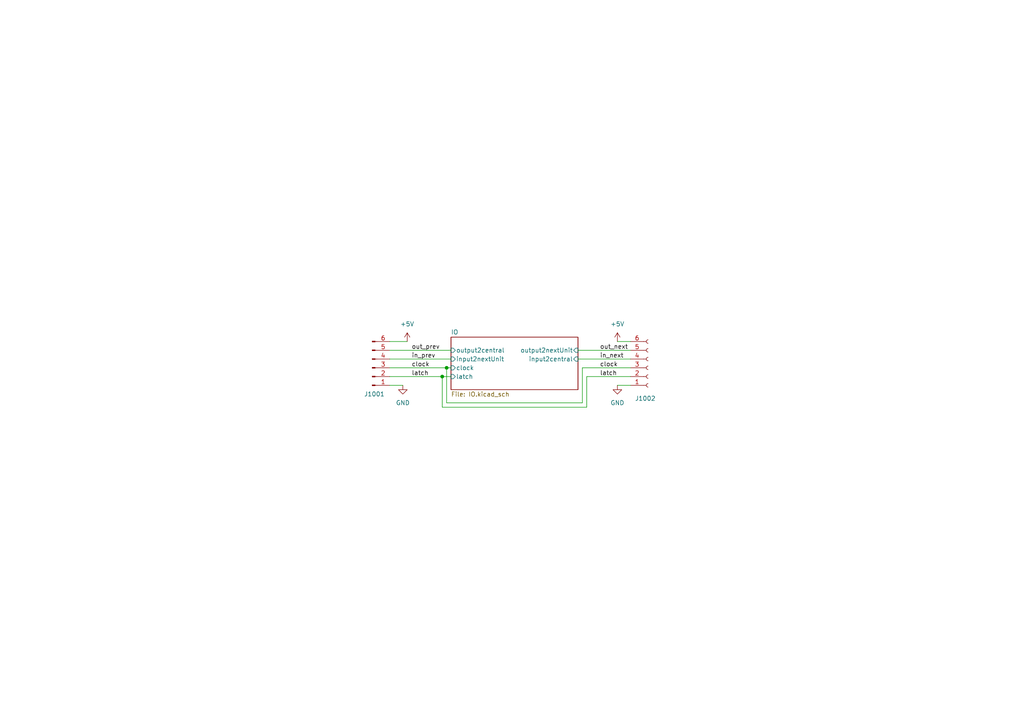
<source format=kicad_sch>
(kicad_sch (version 20231120) (generator "eeschema") (generator_version "8.0")
  (paper "A4")
  (lib_symbols
    (symbol "Connector:Conn_01x06_Pin" (pin_names (offset 1.016) hide)
      (property "Reference" "J" (at 0 7.62 0))
      (property "Value" "Conn_01x06_Pin" (at 0 -10.16 0))
      (symbol "Conn_01x06_Pin_1_1"
        (polyline (pts (xy 1.27 -7.62) (xy 0.8636 -7.62)) (stroke (width 0.1524)))
        (polyline (pts (xy 1.27 -5.08) (xy 0.8636 -5.08)) (stroke (width 0.1524)))
        (polyline (pts (xy 1.27 -2.54) (xy 0.8636 -2.54)) (stroke (width 0.1524)))
        (polyline (pts (xy 1.27 0) (xy 0.8636 0)) (stroke (width 0.1524)))
        (polyline (pts (xy 1.27 2.54) (xy 0.8636 2.54)) (stroke (width 0.1524)))
        (polyline (pts (xy 1.27 5.08) (xy 0.8636 5.08)) (stroke (width 0.1524)))
        (rectangle (start 0.8636 -7.493) (end 0 -7.747) (stroke (width 0.1524)) (fill (type outline)))
        (rectangle (start 0.8636 -4.953) (end 0 -5.207) (stroke (width 0.1524)) (fill (type outline)))
        (rectangle (start 0.8636 -2.413) (end 0 -2.667) (stroke (width 0.1524)) (fill (type outline)))
        (rectangle (start 0.8636 0.127) (end 0 -0.127) (stroke (width 0.1524)) (fill (type outline)))
        (rectangle (start 0.8636 2.667) (end 0 2.413) (stroke (width 0.1524)) (fill (type outline)))
        (rectangle (start 0.8636 5.207) (end 0 4.953) (stroke (width 0.1524)) (fill (type outline)))
        (pin passive line (at 5.08 5.08 180) (length 3.81) (name "Pin_1") (number "1"))
        (pin passive line (at 5.08 2.54 180) (length 3.81) (name "Pin_2") (number "2"))
        (pin passive line (at 5.08 0 180) (length 3.81) (name "Pin_3") (number "3"))
        (pin passive line (at 5.08 -2.54 180) (length 3.81) (name "Pin_4") (number "4"))
        (pin passive line (at 5.08 -5.08 180) (length 3.81) (name "Pin_5") (number "5"))
        (pin passive line (at 5.08 -7.62 180) (length 3.81) (name "Pin_6") (number "6"))
      )
    )
    (symbol "Connector:Conn_01x06_Socket" (pin_names (offset 1.016) hide)
      (property "Reference" "J" (at 0 7.62 0))
      (property "Value" "Conn_01x06_Socket" (at 0 -10.16 0))
      (symbol "Conn_01x06_Socket_1_1"
        (arc (start 0 -7.112) (mid -0.5058 -7.62) (end 0 -8.128) (stroke (width 0.1524)))
        (arc (start 0 -4.572) (mid -0.5058 -5.08) (end 0 -5.588) (stroke (width 0.1524)))
        (arc (start 0 -2.032) (mid -0.5058 -2.54) (end 0 -3.048) (stroke (width 0.1524)))
        (polyline (pts (xy -1.27 -7.62) (xy -0.508 -7.62)) (stroke (width 0.1524)))
        (polyline (pts (xy -1.27 -5.08) (xy -0.508 -5.08)) (stroke (width 0.1524)))
        (polyline (pts (xy -1.27 -2.54) (xy -0.508 -2.54)) (stroke (width 0.1524)))
        (polyline (pts (xy -1.27 0) (xy -0.508 0)) (stroke (width 0.1524)))
        (polyline (pts (xy -1.27 2.54) (xy -0.508 2.54)) (stroke (width 0.1524)))
        (polyline (pts (xy -1.27 5.08) (xy -0.508 5.08)) (stroke (width 0.1524)))
        (arc (start 0 0.508) (mid -0.5058 0) (end 0 -0.508) (stroke (width 0.1524)))
        (arc (start 0 3.048) (mid -0.5058 2.54) (end 0 2.032) (stroke (width 0.1524)))
        (arc (start 0 5.588) (mid -0.5058 5.08) (end 0 4.572) (stroke (width 0.1524)))
        (pin passive line (at -5.08 5.08 0) (length 3.81) (name "Pin_1") (number "1"))
        (pin passive line (at -5.08 2.54 0) (length 3.81) (name "Pin_2") (number "2"))
        (pin passive line (at -5.08 0 0) (length 3.81) (name "Pin_3") (number "3"))
        (pin passive line (at -5.08 -2.54 0) (length 3.81) (name "Pin_4") (number "4"))
        (pin passive line (at -5.08 -5.08 0) (length 3.81) (name "Pin_5") (number "5"))
        (pin passive line (at -5.08 -7.62 0) (length 3.81) (name "Pin_6") (number "6"))
      )
    )
    (symbol "power:+5V" (power) (pin_names (offset 0))
      (property "Value" "+5V" (at 0 3.556 0))
      (symbol "+5V_0_1"
        (polyline (pts (xy -0.762 1.27) (xy 0 2.54)))
        (polyline (pts (xy 0 0) (xy 0 2.54)))
        (polyline (pts (xy 0 2.54) (xy 0.762 1.27)))
      )
      (symbol "+5V_1_1"
        (pin power_in line (at 0 0 90) (length 0) hide (name "+5V") (number "1"))
      )
    )
    (symbol "power:GND" (power) (pin_names (offset 0))
      (property "Value" "GND" (at 0 -3.81 0))
      (symbol "GND_0_1"
        (polyline (pts (xy 0 0) (xy 0 -1.27) (xy 1.27 -1.27) (xy 0 -2.54) (xy -1.27 -1.27) (xy 0 -1.27)))
      )
      (symbol "GND_1_1"
        (pin power_in line (at 0 0 270) (length 0) hide (name "GND") (number "1"))
      )
    )
  )
  (junction (at 128.27 109.22))
  (junction (at 129.54 106.68))
  (wire (pts (xy 128.27 109.22) (xy 128.27 118.11)))
  (wire (pts (xy 179.07 111.76) (xy 182.88 111.76)))
  (wire (pts (xy 167.64 104.14) (xy 182.88 104.14)))
  (wire (pts (xy 129.54 106.68) (xy 129.54 116.84)))
  (wire (pts (xy 168.91 106.68) (xy 182.88 106.68)))
  (wire (pts (xy 113.03 99.06) (xy 118.11 99.06)))
  (wire (pts (xy 129.54 106.68) (xy 130.81 106.68)))
  (wire (pts (xy 170.18 118.11) (xy 128.27 118.11)))
  (wire (pts (xy 113.03 109.22) (xy 128.27 109.22)))
  (wire (pts (xy 170.18 109.22) (xy 170.18 118.11)))
  (wire (pts (xy 170.18 109.22) (xy 182.88 109.22)))
  (wire (pts (xy 113.03 104.14) (xy 130.81 104.14)))
  (wire (pts (xy 167.64 101.6) (xy 182.88 101.6)))
  (wire (pts (xy 168.91 116.84) (xy 168.91 106.68)))
  (wire (pts (xy 179.07 99.06) (xy 182.88 99.06)))
  (wire (pts (xy 128.27 109.22) (xy 130.81 109.22)))
  (wire (pts (xy 116.84 111.76) (xy 113.03 111.76)))
  (wire (pts (xy 113.03 106.68) (xy 129.54 106.68)))
  (wire (pts (xy 129.54 116.84) (xy 168.91 116.84)))
  (wire (pts (xy 113.03 101.6) (xy 130.81 101.6)))
  (label "out_next" (at 173.99 101.6 0))
  (label "clock" (at 173.99 106.68 0))
  (label "latch" (at 173.99 109.22 0))
  (label "latch" (at 119.38 109.22 0))
  (label "in_prev" (at 119.38 104.14 0))
  (label "out_prev" (at 119.38 101.6 0))
  (label "clock" (at 119.38 106.68 0))
  (label "in_next" (at 173.99 104.14 0))
  (symbol (lib_id "power:+5V") (at 118.11 99.06 0) (unit 1)
    (property "Reference" "#PWR01002" (effects (hide yes)))
    (property "Value" "+5V" (at 118.11 93.98 0))
  )
  (symbol (lib_id "power:GND") (at 116.84 111.76 0) (mirror y) (unit 1)
    (property "Reference" "#PWR01001" (effects (hide yes)))
    (property "Value" "GND" (at 116.84 116.84 0))
  )
  (symbol (lib_id "Connector:Conn_01x06_Socket") (at 187.96 106.68 0) (mirror x) (unit 1)
    (property "Reference" "J1002" (at 184.15 115.57 0) (effects (justify left)))
    (property "Value" "Conn_01x06_Socket" (effects (hide yes)))
    (property "Footprint" "Connector_PinSocket_2.54mm:PinSocket_1x06_P2.54mm_Horizontal" (effects (hide yes)))
  )
  (symbol (lib_id "power:GND") (at 179.07 111.76 0) (unit 1)
    (property "Reference" "#PWR01004" (effects (hide yes)))
    (property "Value" "GND" (at 179.07 116.84 0))
  )
  (symbol (lib_id "Connector:Conn_01x06_Pin") (at 107.95 106.68 0) (mirror x) (unit 1)
    (property "Reference" "J1001" (at 108.585 114.3 0))
    (property "Value" "Conn_01x06_Pin" (effects (hide yes)))
    (property "Footprint" "Connector_PinHeader_2.54mm:PinHeader_1x06_P2.54mm_Horizontal" (effects (hide yes)))
  )
  (symbol (lib_id "power:+5V") (at 179.07 99.06 0) (unit 1)
    (property "Reference" "#PWR01003" (effects (hide yes)))
    (property "Value" "+5V" (at 179.07 93.98 0))
  )
  (sheet (at 130.81 97.79) (size 36.83 15.24) (stroke (width 0.1524))
    (property "Sheetname" "IO" (at 130.81 97.0784 0) (effects (justify left bottom)))
    (property "Sheetfile" "IO.kicad_sch" (at 130.81 113.6146 0) (effects (justify left top)))
    (pin "output2nextUnit" input (at 167.64 101.6 0))
    (pin "output2central" input (at 130.81 101.6 180))
    (pin "clock" input (at 130.81 106.68 180))
    (pin "latch" input (at 130.81 109.22 180))
    (pin "input2nextUnit" input (at 130.81 104.14 180))
    (pin "input2central" input (at 167.64 104.14 0))
  )
)
</source>
